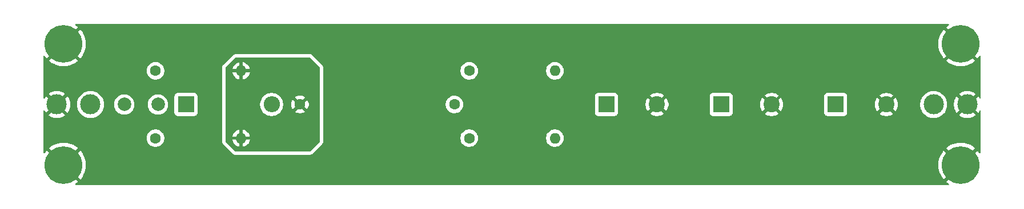
<source format=gbl>
G04 #@! TF.GenerationSoftware,KiCad,Pcbnew,9.0.2-9.0.2-0~ubuntu22.04.1*
G04 #@! TF.CreationDate,2025-06-09T06:08:17+02:00*
G04 #@! TF.ProjectId,passive_PSU_Rev-A,70617373-6976-4655-9f50-53555f526576,rev?*
G04 #@! TF.SameCoordinates,Original*
G04 #@! TF.FileFunction,Copper,L2,Bot*
G04 #@! TF.FilePolarity,Positive*
%FSLAX46Y46*%
G04 Gerber Fmt 4.6, Leading zero omitted, Abs format (unit mm)*
G04 Created by KiCad (PCBNEW 9.0.2-9.0.2-0~ubuntu22.04.1) date 2025-06-09 06:08:17*
%MOMM*%
%LPD*%
G01*
G04 APERTURE LIST*
G04 #@! TA.AperFunction,ComponentPad*
%ADD10C,1.600000*%
G04 #@! TD*
G04 #@! TA.AperFunction,ComponentPad*
%ADD11R,2.400000X2.400000*%
G04 #@! TD*
G04 #@! TA.AperFunction,ComponentPad*
%ADD12C,2.400000*%
G04 #@! TD*
G04 #@! TA.AperFunction,ComponentPad*
%ADD13C,3.000000*%
G04 #@! TD*
G04 #@! TA.AperFunction,ComponentPad*
%ADD14C,2.000000*%
G04 #@! TD*
G04 #@! TA.AperFunction,ComponentPad*
%ADD15O,1.600000X1.600000*%
G04 #@! TD*
G04 #@! TA.AperFunction,ComponentPad*
%ADD16C,3.600000*%
G04 #@! TD*
G04 #@! TA.AperFunction,ConnectorPad*
%ADD17C,5.600000*%
G04 #@! TD*
G04 #@! TA.AperFunction,ComponentPad*
%ADD18O,2.400000X2.400000*%
G04 #@! TD*
G04 APERTURE END LIST*
D10*
X88555000Y-80000000D03*
X111455000Y-80000000D03*
D11*
X150987246Y-80000000D03*
D12*
X158487246Y-80000000D03*
D13*
X57500000Y-80000000D03*
D14*
X62500000Y-80000000D03*
X67500000Y-80000000D03*
D13*
X187500000Y-80000000D03*
D10*
X67150000Y-85000000D03*
D15*
X79850000Y-85000000D03*
D10*
X67150000Y-75000000D03*
D15*
X79850000Y-75000000D03*
D11*
X167987246Y-80000000D03*
D12*
X175487246Y-80000000D03*
D13*
X52500000Y-80000000D03*
D10*
X113650000Y-75000000D03*
D15*
X126350000Y-75000000D03*
D10*
X113650000Y-85000000D03*
D15*
X126350000Y-85000000D03*
D16*
X186500000Y-89000000D03*
D17*
X186500000Y-89000000D03*
D11*
X133987246Y-80000000D03*
D12*
X141487246Y-80000000D03*
D13*
X182500000Y-80000000D03*
D16*
X53500000Y-89000000D03*
D17*
X53500000Y-89000000D03*
D16*
X186500000Y-71000000D03*
D17*
X186500000Y-71000000D03*
D11*
X71650000Y-80000000D03*
D18*
X84350000Y-80000000D03*
D16*
X53500000Y-71000000D03*
D17*
X53500000Y-71000000D03*
G04 #@! TA.AperFunction,Conductor*
G36*
X90015677Y-73019685D02*
G01*
X90036319Y-73036319D01*
X91463681Y-74463681D01*
X91497166Y-74525004D01*
X91500000Y-74551362D01*
X91500000Y-85448638D01*
X91480315Y-85515677D01*
X91463681Y-85536319D01*
X90036319Y-86963681D01*
X89974996Y-86997166D01*
X89948638Y-87000000D01*
X79051362Y-87000000D01*
X78984323Y-86980315D01*
X78963681Y-86963681D01*
X77536319Y-85536319D01*
X77521615Y-85509391D01*
X77505023Y-85483573D01*
X77504131Y-85477372D01*
X77502834Y-85474996D01*
X77500000Y-85448638D01*
X77500000Y-84750000D01*
X78573391Y-84750000D01*
X79534314Y-84750000D01*
X79529920Y-84754394D01*
X79477259Y-84845606D01*
X79450000Y-84947339D01*
X79450000Y-85052661D01*
X79477259Y-85154394D01*
X79529920Y-85245606D01*
X79534314Y-85250000D01*
X78573391Y-85250000D01*
X78582009Y-85304413D01*
X78645244Y-85499029D01*
X78738140Y-85681349D01*
X78858417Y-85846894D01*
X78858417Y-85846895D01*
X79003104Y-85991582D01*
X79168650Y-86111859D01*
X79350968Y-86204754D01*
X79545578Y-86267988D01*
X79600000Y-86276607D01*
X79600000Y-85315686D01*
X79604394Y-85320080D01*
X79695606Y-85372741D01*
X79797339Y-85400000D01*
X79902661Y-85400000D01*
X80004394Y-85372741D01*
X80095606Y-85320080D01*
X80100000Y-85315686D01*
X80100000Y-86276606D01*
X80154421Y-86267988D01*
X80349031Y-86204754D01*
X80531349Y-86111859D01*
X80696894Y-85991582D01*
X80696895Y-85991582D01*
X80841582Y-85846895D01*
X80841582Y-85846894D01*
X80961859Y-85681349D01*
X81054755Y-85499029D01*
X81117990Y-85304413D01*
X81126609Y-85250000D01*
X80165686Y-85250000D01*
X80170080Y-85245606D01*
X80222741Y-85154394D01*
X80250000Y-85052661D01*
X80250000Y-84947339D01*
X80222741Y-84845606D01*
X80170080Y-84754394D01*
X80165686Y-84750000D01*
X81126609Y-84750000D01*
X81117990Y-84695586D01*
X81054755Y-84500970D01*
X80961859Y-84318650D01*
X80841582Y-84153105D01*
X80841582Y-84153104D01*
X80696895Y-84008417D01*
X80531349Y-83888140D01*
X80349029Y-83795244D01*
X80154413Y-83732009D01*
X80100000Y-83723390D01*
X80100000Y-84684314D01*
X80095606Y-84679920D01*
X80004394Y-84627259D01*
X79902661Y-84600000D01*
X79797339Y-84600000D01*
X79695606Y-84627259D01*
X79604394Y-84679920D01*
X79600000Y-84684314D01*
X79600000Y-83723390D01*
X79545586Y-83732009D01*
X79350970Y-83795244D01*
X79168650Y-83888140D01*
X79003105Y-84008417D01*
X79003104Y-84008417D01*
X78858417Y-84153104D01*
X78858417Y-84153105D01*
X78738140Y-84318650D01*
X78645244Y-84500970D01*
X78582009Y-84695586D01*
X78573391Y-84750000D01*
X77500000Y-84750000D01*
X77500000Y-79888549D01*
X82649500Y-79888549D01*
X82649500Y-80111450D01*
X82649501Y-80111466D01*
X82678594Y-80332452D01*
X82678595Y-80332457D01*
X82678596Y-80332463D01*
X82723228Y-80499031D01*
X82736290Y-80547780D01*
X82736293Y-80547790D01*
X82810078Y-80725922D01*
X82821595Y-80753726D01*
X82933052Y-80946774D01*
X82933056Y-80946779D01*
X82933058Y-80946782D01*
X83068751Y-81123622D01*
X83068757Y-81123629D01*
X83226370Y-81281242D01*
X83226377Y-81281248D01*
X83352294Y-81377867D01*
X83403226Y-81416948D01*
X83596274Y-81528405D01*
X83802219Y-81613710D01*
X84017537Y-81671404D01*
X84238543Y-81700500D01*
X84238550Y-81700500D01*
X84461450Y-81700500D01*
X84461457Y-81700500D01*
X84682463Y-81671404D01*
X84897781Y-81613710D01*
X85103726Y-81528405D01*
X85296774Y-81416948D01*
X85473624Y-81281247D01*
X85631247Y-81123624D01*
X85686866Y-81051138D01*
X85759310Y-80956729D01*
X85762168Y-80953003D01*
X85766948Y-80946774D01*
X85878405Y-80753726D01*
X85963710Y-80547781D01*
X86021404Y-80332463D01*
X86050500Y-80111457D01*
X86050500Y-79897682D01*
X87255000Y-79897682D01*
X87255000Y-80102317D01*
X87287009Y-80304417D01*
X87350244Y-80499031D01*
X87443141Y-80681350D01*
X87443147Y-80681359D01*
X87475523Y-80725921D01*
X87475524Y-80725922D01*
X88155000Y-80046446D01*
X88155000Y-80052661D01*
X88182259Y-80154394D01*
X88234920Y-80245606D01*
X88309394Y-80320080D01*
X88400606Y-80372741D01*
X88502339Y-80400000D01*
X88508553Y-80400000D01*
X87829076Y-81079474D01*
X87873650Y-81111859D01*
X88055968Y-81204755D01*
X88250582Y-81267990D01*
X88452683Y-81300000D01*
X88657317Y-81300000D01*
X88859417Y-81267990D01*
X89054031Y-81204755D01*
X89236349Y-81111859D01*
X89280921Y-81079474D01*
X88601447Y-80400000D01*
X88607661Y-80400000D01*
X88709394Y-80372741D01*
X88800606Y-80320080D01*
X88875080Y-80245606D01*
X88927741Y-80154394D01*
X88955000Y-80052661D01*
X88955000Y-80046447D01*
X89634474Y-80725921D01*
X89666859Y-80681349D01*
X89759755Y-80499031D01*
X89822990Y-80304417D01*
X89855000Y-80102317D01*
X89855000Y-79897682D01*
X89822990Y-79695582D01*
X89759755Y-79500968D01*
X89666859Y-79318650D01*
X89634474Y-79274077D01*
X89634474Y-79274076D01*
X88955000Y-79953551D01*
X88955000Y-79947339D01*
X88927741Y-79845606D01*
X88875080Y-79754394D01*
X88800606Y-79679920D01*
X88709394Y-79627259D01*
X88607661Y-79600000D01*
X88601446Y-79600000D01*
X89280922Y-78920524D01*
X89280921Y-78920523D01*
X89236359Y-78888147D01*
X89236350Y-78888141D01*
X89054031Y-78795244D01*
X88859417Y-78732009D01*
X88657317Y-78700000D01*
X88452683Y-78700000D01*
X88250582Y-78732009D01*
X88055968Y-78795244D01*
X87873644Y-78888143D01*
X87829077Y-78920523D01*
X87829077Y-78920524D01*
X88508554Y-79600000D01*
X88502339Y-79600000D01*
X88400606Y-79627259D01*
X88309394Y-79679920D01*
X88234920Y-79754394D01*
X88182259Y-79845606D01*
X88155000Y-79947339D01*
X88155000Y-79953553D01*
X87475524Y-79274077D01*
X87475523Y-79274077D01*
X87443143Y-79318644D01*
X87350244Y-79500968D01*
X87287009Y-79695582D01*
X87255000Y-79897682D01*
X86050500Y-79897682D01*
X86050500Y-79888543D01*
X86021404Y-79667537D01*
X85963710Y-79452219D01*
X85878405Y-79246274D01*
X85766948Y-79053226D01*
X85631247Y-78876376D01*
X85631242Y-78876370D01*
X85473629Y-78718757D01*
X85473622Y-78718751D01*
X85296782Y-78583058D01*
X85296780Y-78583057D01*
X85296774Y-78583052D01*
X85103726Y-78471595D01*
X85103722Y-78471593D01*
X84897790Y-78386293D01*
X84897783Y-78386291D01*
X84897781Y-78386290D01*
X84682463Y-78328596D01*
X84682457Y-78328595D01*
X84682452Y-78328594D01*
X84461466Y-78299501D01*
X84461463Y-78299500D01*
X84461457Y-78299500D01*
X84238543Y-78299500D01*
X84238537Y-78299500D01*
X84238533Y-78299501D01*
X84017547Y-78328594D01*
X84017540Y-78328595D01*
X84017537Y-78328596D01*
X83802219Y-78386290D01*
X83802209Y-78386293D01*
X83596277Y-78471593D01*
X83596273Y-78471595D01*
X83403226Y-78583052D01*
X83403217Y-78583058D01*
X83226377Y-78718751D01*
X83226370Y-78718757D01*
X83068757Y-78876370D01*
X83068751Y-78876377D01*
X82933058Y-79053217D01*
X82933052Y-79053226D01*
X82821595Y-79246273D01*
X82821593Y-79246277D01*
X82736293Y-79452209D01*
X82736290Y-79452219D01*
X82689389Y-79627259D01*
X82678597Y-79667534D01*
X82678594Y-79667547D01*
X82649501Y-79888533D01*
X82649500Y-79888549D01*
X77500000Y-79888549D01*
X77500000Y-74750000D01*
X78573391Y-74750000D01*
X79534314Y-74750000D01*
X79529920Y-74754394D01*
X79477259Y-74845606D01*
X79450000Y-74947339D01*
X79450000Y-75052661D01*
X79477259Y-75154394D01*
X79529920Y-75245606D01*
X79534314Y-75250000D01*
X78573391Y-75250000D01*
X78582009Y-75304413D01*
X78645244Y-75499029D01*
X78738140Y-75681349D01*
X78858417Y-75846894D01*
X78858417Y-75846895D01*
X79003104Y-75991582D01*
X79168650Y-76111859D01*
X79350968Y-76204754D01*
X79545578Y-76267988D01*
X79600000Y-76276607D01*
X79600000Y-75315686D01*
X79604394Y-75320080D01*
X79695606Y-75372741D01*
X79797339Y-75400000D01*
X79902661Y-75400000D01*
X80004394Y-75372741D01*
X80095606Y-75320080D01*
X80100000Y-75315686D01*
X80100000Y-76276606D01*
X80154421Y-76267988D01*
X80349031Y-76204754D01*
X80531349Y-76111859D01*
X80696894Y-75991582D01*
X80696895Y-75991582D01*
X80841582Y-75846895D01*
X80841582Y-75846894D01*
X80961859Y-75681349D01*
X81054755Y-75499029D01*
X81117990Y-75304413D01*
X81126609Y-75250000D01*
X80165686Y-75250000D01*
X80170080Y-75245606D01*
X80222741Y-75154394D01*
X80250000Y-75052661D01*
X80250000Y-74947339D01*
X80222741Y-74845606D01*
X80170080Y-74754394D01*
X80165686Y-74750000D01*
X81126609Y-74750000D01*
X81117990Y-74695586D01*
X81054755Y-74500970D01*
X80961859Y-74318650D01*
X80841582Y-74153105D01*
X80841582Y-74153104D01*
X80696895Y-74008417D01*
X80531349Y-73888140D01*
X80349029Y-73795244D01*
X80154413Y-73732009D01*
X80100000Y-73723390D01*
X80100000Y-74684314D01*
X80095606Y-74679920D01*
X80004394Y-74627259D01*
X79902661Y-74600000D01*
X79797339Y-74600000D01*
X79695606Y-74627259D01*
X79604394Y-74679920D01*
X79600000Y-74684314D01*
X79600000Y-73723390D01*
X79545586Y-73732009D01*
X79350970Y-73795244D01*
X79168650Y-73888140D01*
X79003105Y-74008417D01*
X79003104Y-74008417D01*
X78858417Y-74153104D01*
X78858417Y-74153105D01*
X78738140Y-74318650D01*
X78645244Y-74500970D01*
X78582009Y-74695586D01*
X78573391Y-74750000D01*
X77500000Y-74750000D01*
X77500000Y-74551362D01*
X77519685Y-74484323D01*
X77536319Y-74463681D01*
X78963681Y-73036319D01*
X79025004Y-73002834D01*
X79051362Y-73000000D01*
X89948638Y-73000000D01*
X90015677Y-73019685D01*
G37*
G04 #@! TD.AperFunction*
G04 #@! TA.AperFunction,Conductor*
G36*
X184707490Y-68020185D02*
G01*
X184753245Y-68072989D01*
X184763189Y-68142147D01*
X184734164Y-68205703D01*
X184709342Y-68227602D01*
X184531829Y-68346212D01*
X184531815Y-68346222D01*
X184349444Y-68495890D01*
X184349443Y-68495891D01*
X185559301Y-69705748D01*
X185457670Y-69779588D01*
X185279588Y-69957670D01*
X185205748Y-70059301D01*
X183995891Y-68849443D01*
X183995890Y-68849444D01*
X183846222Y-69031815D01*
X183846212Y-69031829D01*
X183666090Y-69301401D01*
X183666079Y-69301419D01*
X183513240Y-69587359D01*
X183513238Y-69587364D01*
X183389157Y-69886921D01*
X183295033Y-70197207D01*
X183295030Y-70197218D01*
X183231782Y-70515198D01*
X183231779Y-70515215D01*
X183200000Y-70837884D01*
X183200000Y-71162115D01*
X183231779Y-71484784D01*
X183231782Y-71484801D01*
X183295030Y-71802781D01*
X183295033Y-71802792D01*
X183389157Y-72113078D01*
X183513238Y-72412635D01*
X183513240Y-72412640D01*
X183666079Y-72698580D01*
X183666090Y-72698598D01*
X183846212Y-72968170D01*
X183846222Y-72968184D01*
X183995890Y-73150554D01*
X183995891Y-73150555D01*
X185205748Y-71940698D01*
X185279588Y-72042330D01*
X185457670Y-72220412D01*
X185559300Y-72294251D01*
X184349443Y-73504107D01*
X184349444Y-73504108D01*
X184531815Y-73653777D01*
X184531829Y-73653787D01*
X184801401Y-73833909D01*
X184801419Y-73833920D01*
X185087359Y-73986759D01*
X185087364Y-73986761D01*
X185386921Y-74110842D01*
X185697207Y-74204966D01*
X185697218Y-74204969D01*
X186015198Y-74268217D01*
X186015215Y-74268220D01*
X186337884Y-74300000D01*
X186662116Y-74300000D01*
X186984784Y-74268220D01*
X186984801Y-74268217D01*
X187302781Y-74204969D01*
X187302792Y-74204966D01*
X187613078Y-74110842D01*
X187912635Y-73986761D01*
X187912640Y-73986759D01*
X188198580Y-73833920D01*
X188198598Y-73833909D01*
X188468170Y-73653787D01*
X188468183Y-73653777D01*
X188650554Y-73504108D01*
X188650554Y-73504107D01*
X187440698Y-72294251D01*
X187542330Y-72220412D01*
X187720412Y-72042330D01*
X187794251Y-71940698D01*
X189004107Y-73150554D01*
X189004108Y-73150554D01*
X189153777Y-72968183D01*
X189153794Y-72968161D01*
X189272398Y-72790658D01*
X189326010Y-72745852D01*
X189395335Y-72737145D01*
X189458362Y-72767299D01*
X189495082Y-72826742D01*
X189499500Y-72859548D01*
X189499500Y-79000461D01*
X189479815Y-79067500D01*
X189427011Y-79113255D01*
X189357853Y-79123199D01*
X189294297Y-79094174D01*
X189268113Y-79062461D01*
X189166511Y-78886483D01*
X189166505Y-78886475D01*
X189079918Y-78773633D01*
X189079917Y-78773633D01*
X188177577Y-79675973D01*
X188164641Y-79644742D01*
X188082563Y-79521903D01*
X187978097Y-79417437D01*
X187855258Y-79335359D01*
X187824023Y-79322421D01*
X188726365Y-78420080D01*
X188613524Y-78333494D01*
X188613516Y-78333488D01*
X188386482Y-78202409D01*
X188386471Y-78202404D01*
X188144255Y-78102075D01*
X187891020Y-78034222D01*
X187891009Y-78034220D01*
X187631094Y-78000000D01*
X187368905Y-78000000D01*
X187108990Y-78034220D01*
X187108979Y-78034222D01*
X186855744Y-78102075D01*
X186613528Y-78202404D01*
X186613517Y-78202409D01*
X186386471Y-78333496D01*
X186273633Y-78420079D01*
X186273633Y-78420080D01*
X187175974Y-79322421D01*
X187144742Y-79335359D01*
X187021903Y-79417437D01*
X186917437Y-79521903D01*
X186835359Y-79644742D01*
X186822421Y-79675974D01*
X185920080Y-78773633D01*
X185920079Y-78773633D01*
X185833496Y-78886471D01*
X185702409Y-79113517D01*
X185702404Y-79113528D01*
X185602075Y-79355744D01*
X185534222Y-79608979D01*
X185534220Y-79608990D01*
X185500000Y-79868905D01*
X185500000Y-80131094D01*
X185534220Y-80391009D01*
X185534222Y-80391020D01*
X185602075Y-80644255D01*
X185702404Y-80886471D01*
X185702409Y-80886482D01*
X185833488Y-81113516D01*
X185833494Y-81113524D01*
X185920080Y-81226365D01*
X186822421Y-80324024D01*
X186835359Y-80355258D01*
X186917437Y-80478097D01*
X187021903Y-80582563D01*
X187144742Y-80664641D01*
X187175974Y-80677577D01*
X186273633Y-81579917D01*
X186273633Y-81579918D01*
X186386475Y-81666505D01*
X186386483Y-81666511D01*
X186613517Y-81797590D01*
X186613528Y-81797595D01*
X186855744Y-81897924D01*
X187108979Y-81965777D01*
X187108990Y-81965779D01*
X187368905Y-81999999D01*
X187368920Y-82000000D01*
X187631080Y-82000000D01*
X187631094Y-81999999D01*
X187891009Y-81965779D01*
X187891020Y-81965777D01*
X188144255Y-81897924D01*
X188386471Y-81797595D01*
X188386482Y-81797590D01*
X188613516Y-81666511D01*
X188613534Y-81666499D01*
X188726365Y-81579919D01*
X188726365Y-81579917D01*
X187824025Y-80677578D01*
X187855258Y-80664641D01*
X187978097Y-80582563D01*
X188082563Y-80478097D01*
X188164641Y-80355258D01*
X188177577Y-80324025D01*
X189079917Y-81226365D01*
X189079919Y-81226365D01*
X189166499Y-81113534D01*
X189166511Y-81113516D01*
X189268113Y-80937538D01*
X189318680Y-80889322D01*
X189387287Y-80876100D01*
X189452152Y-80902068D01*
X189492680Y-80958982D01*
X189499500Y-80999538D01*
X189499500Y-87140451D01*
X189479815Y-87207490D01*
X189427011Y-87253245D01*
X189357853Y-87263189D01*
X189294297Y-87234164D01*
X189272398Y-87209342D01*
X189153787Y-87031829D01*
X189153777Y-87031815D01*
X189004108Y-86849444D01*
X189004107Y-86849443D01*
X187794251Y-88059300D01*
X187720412Y-87957670D01*
X187542330Y-87779588D01*
X187440697Y-87705747D01*
X188650555Y-86495891D01*
X188650554Y-86495890D01*
X188468184Y-86346222D01*
X188468170Y-86346212D01*
X188198598Y-86166090D01*
X188198580Y-86166079D01*
X187912640Y-86013240D01*
X187912635Y-86013238D01*
X187613078Y-85889157D01*
X187302792Y-85795033D01*
X187302781Y-85795030D01*
X186984801Y-85731782D01*
X186984784Y-85731779D01*
X186662116Y-85700000D01*
X186337884Y-85700000D01*
X186015215Y-85731779D01*
X186015198Y-85731782D01*
X185697218Y-85795030D01*
X185697207Y-85795033D01*
X185386921Y-85889157D01*
X185087364Y-86013238D01*
X185087359Y-86013240D01*
X184801419Y-86166079D01*
X184801401Y-86166090D01*
X184531829Y-86346212D01*
X184531815Y-86346222D01*
X184349444Y-86495890D01*
X184349443Y-86495891D01*
X185559301Y-87705748D01*
X185457670Y-87779588D01*
X185279588Y-87957670D01*
X185205748Y-88059301D01*
X183995891Y-86849443D01*
X183995890Y-86849444D01*
X183846222Y-87031815D01*
X183846212Y-87031829D01*
X183666090Y-87301401D01*
X183666079Y-87301419D01*
X183513240Y-87587359D01*
X183513238Y-87587364D01*
X183389157Y-87886921D01*
X183295033Y-88197207D01*
X183295030Y-88197218D01*
X183231782Y-88515198D01*
X183231779Y-88515215D01*
X183200000Y-88837884D01*
X183200000Y-89162115D01*
X183231779Y-89484784D01*
X183231782Y-89484801D01*
X183295030Y-89802781D01*
X183295033Y-89802792D01*
X183389157Y-90113078D01*
X183513238Y-90412635D01*
X183513240Y-90412640D01*
X183666079Y-90698580D01*
X183666090Y-90698598D01*
X183846212Y-90968170D01*
X183846222Y-90968184D01*
X183995890Y-91150554D01*
X183995891Y-91150555D01*
X185205748Y-89940698D01*
X185279588Y-90042330D01*
X185457670Y-90220412D01*
X185559300Y-90294251D01*
X184349443Y-91504107D01*
X184349444Y-91504108D01*
X184531815Y-91653777D01*
X184531829Y-91653787D01*
X184709342Y-91772398D01*
X184754147Y-91826010D01*
X184762854Y-91895335D01*
X184732700Y-91958363D01*
X184673257Y-91995082D01*
X184640451Y-91999500D01*
X55359549Y-91999500D01*
X55292510Y-91979815D01*
X55246755Y-91927011D01*
X55236811Y-91857853D01*
X55265836Y-91794297D01*
X55290658Y-91772398D01*
X55468170Y-91653787D01*
X55468183Y-91653777D01*
X55650554Y-91504108D01*
X55650554Y-91504107D01*
X54440698Y-90294251D01*
X54542330Y-90220412D01*
X54720412Y-90042330D01*
X54794251Y-89940698D01*
X56004107Y-91150554D01*
X56004108Y-91150554D01*
X56153777Y-90968183D01*
X56153787Y-90968170D01*
X56333909Y-90698598D01*
X56333920Y-90698580D01*
X56486759Y-90412640D01*
X56486761Y-90412635D01*
X56610842Y-90113078D01*
X56704966Y-89802792D01*
X56704969Y-89802781D01*
X56768217Y-89484801D01*
X56768220Y-89484784D01*
X56800000Y-89162115D01*
X56800000Y-88837884D01*
X56768220Y-88515215D01*
X56768217Y-88515198D01*
X56704969Y-88197218D01*
X56704966Y-88197207D01*
X56610842Y-87886921D01*
X56486761Y-87587364D01*
X56486759Y-87587359D01*
X56333920Y-87301419D01*
X56333909Y-87301401D01*
X56153787Y-87031829D01*
X56153777Y-87031815D01*
X56004108Y-86849444D01*
X56004107Y-86849443D01*
X54794250Y-88059299D01*
X54720412Y-87957670D01*
X54542330Y-87779588D01*
X54440697Y-87705747D01*
X55650555Y-86495891D01*
X55650554Y-86495890D01*
X55468184Y-86346222D01*
X55468170Y-86346212D01*
X55198598Y-86166090D01*
X55198580Y-86166079D01*
X54912640Y-86013240D01*
X54912635Y-86013238D01*
X54613078Y-85889157D01*
X54302792Y-85795033D01*
X54302781Y-85795030D01*
X53984801Y-85731782D01*
X53984784Y-85731779D01*
X53662116Y-85700000D01*
X53337884Y-85700000D01*
X53015215Y-85731779D01*
X53015198Y-85731782D01*
X52697218Y-85795030D01*
X52697207Y-85795033D01*
X52386921Y-85889157D01*
X52087364Y-86013238D01*
X52087359Y-86013240D01*
X51801419Y-86166079D01*
X51801401Y-86166090D01*
X51531829Y-86346212D01*
X51531815Y-86346222D01*
X51349444Y-86495890D01*
X51349443Y-86495891D01*
X52559301Y-87705748D01*
X52457670Y-87779588D01*
X52279588Y-87957670D01*
X52205748Y-88059301D01*
X50995891Y-86849443D01*
X50995890Y-86849444D01*
X50846222Y-87031815D01*
X50846212Y-87031829D01*
X50727602Y-87209342D01*
X50673990Y-87254147D01*
X50604665Y-87262854D01*
X50541637Y-87232700D01*
X50504918Y-87173257D01*
X50500500Y-87140451D01*
X50500500Y-84897648D01*
X65849500Y-84897648D01*
X65849500Y-85102351D01*
X65881522Y-85304534D01*
X65944781Y-85499223D01*
X66037715Y-85681613D01*
X66158028Y-85847213D01*
X66302786Y-85991971D01*
X66457749Y-86104556D01*
X66468390Y-86112287D01*
X66573963Y-86166079D01*
X66650776Y-86205218D01*
X66650778Y-86205218D01*
X66650781Y-86205220D01*
X66755137Y-86239127D01*
X66845465Y-86268477D01*
X66946557Y-86284488D01*
X67047648Y-86300500D01*
X67047649Y-86300500D01*
X67252351Y-86300500D01*
X67252352Y-86300500D01*
X67454534Y-86268477D01*
X67649219Y-86205220D01*
X67831610Y-86112287D01*
X67967938Y-86013240D01*
X67997213Y-85991971D01*
X67997215Y-85991968D01*
X67997219Y-85991966D01*
X68141966Y-85847219D01*
X68141968Y-85847215D01*
X68141971Y-85847213D01*
X68234703Y-85719576D01*
X68262287Y-85681610D01*
X68355220Y-85499219D01*
X68418477Y-85304534D01*
X68450500Y-85102352D01*
X68450500Y-84897648D01*
X68418477Y-84695466D01*
X68355220Y-84500781D01*
X68355218Y-84500778D01*
X68355218Y-84500776D01*
X68321503Y-84434607D01*
X68262287Y-84318390D01*
X68254556Y-84307749D01*
X68141971Y-84152786D01*
X67997213Y-84008028D01*
X67831613Y-83887715D01*
X67831612Y-83887714D01*
X67831610Y-83887713D01*
X67774653Y-83858691D01*
X67649223Y-83794781D01*
X67454534Y-83731522D01*
X67279995Y-83703878D01*
X67252352Y-83699500D01*
X67047648Y-83699500D01*
X67023329Y-83703351D01*
X66845465Y-83731522D01*
X66650776Y-83794781D01*
X66468386Y-83887715D01*
X66302786Y-84008028D01*
X66158028Y-84152786D01*
X66037715Y-84318386D01*
X65944781Y-84500776D01*
X65881522Y-84695465D01*
X65849500Y-84897648D01*
X50500500Y-84897648D01*
X50500500Y-80999538D01*
X50520185Y-80932499D01*
X50572989Y-80886744D01*
X50642147Y-80876800D01*
X50705703Y-80905825D01*
X50731887Y-80937538D01*
X50833488Y-81113516D01*
X50833494Y-81113524D01*
X50920080Y-81226365D01*
X51822421Y-80324024D01*
X51835359Y-80355258D01*
X51917437Y-80478097D01*
X52021903Y-80582563D01*
X52144742Y-80664641D01*
X52175974Y-80677577D01*
X51273633Y-81579917D01*
X51273633Y-81579918D01*
X51386475Y-81666505D01*
X51386483Y-81666511D01*
X51613517Y-81797590D01*
X51613528Y-81797595D01*
X51855744Y-81897924D01*
X52108979Y-81965777D01*
X52108990Y-81965779D01*
X52368905Y-81999999D01*
X52368920Y-82000000D01*
X52631080Y-82000000D01*
X52631094Y-81999999D01*
X52891009Y-81965779D01*
X52891020Y-81965777D01*
X53144255Y-81897924D01*
X53386471Y-81797595D01*
X53386482Y-81797590D01*
X53613516Y-81666511D01*
X53613534Y-81666499D01*
X53726365Y-81579919D01*
X53726365Y-81579917D01*
X52824025Y-80677578D01*
X52855258Y-80664641D01*
X52978097Y-80582563D01*
X53082563Y-80478097D01*
X53164641Y-80355258D01*
X53177577Y-80324025D01*
X54079917Y-81226365D01*
X54079919Y-81226365D01*
X54166499Y-81113534D01*
X54166511Y-81113516D01*
X54297590Y-80886482D01*
X54297595Y-80886471D01*
X54397924Y-80644255D01*
X54465777Y-80391020D01*
X54465779Y-80391009D01*
X54499999Y-80131094D01*
X54500000Y-80131080D01*
X54500000Y-79868912D01*
X54499995Y-79868872D01*
X55499500Y-79868872D01*
X55499500Y-80131127D01*
X55522331Y-80304534D01*
X55533730Y-80391116D01*
X55585028Y-80582563D01*
X55601602Y-80644418D01*
X55601605Y-80644428D01*
X55701953Y-80886690D01*
X55701958Y-80886700D01*
X55833075Y-81113803D01*
X55992718Y-81321851D01*
X55992726Y-81321860D01*
X56178140Y-81507274D01*
X56178148Y-81507281D01*
X56386196Y-81666924D01*
X56613299Y-81798041D01*
X56613309Y-81798046D01*
X56855571Y-81898394D01*
X56855581Y-81898398D01*
X57108884Y-81966270D01*
X57357188Y-81998960D01*
X57365074Y-81999999D01*
X57368880Y-82000500D01*
X57368887Y-82000500D01*
X57631113Y-82000500D01*
X57631120Y-82000500D01*
X57891116Y-81966270D01*
X58144419Y-81898398D01*
X58386697Y-81798043D01*
X58613803Y-81666924D01*
X58821851Y-81507282D01*
X58821855Y-81507277D01*
X58821860Y-81507274D01*
X59007274Y-81321860D01*
X59007277Y-81321855D01*
X59007282Y-81321851D01*
X59166924Y-81113803D01*
X59298043Y-80886697D01*
X59302143Y-80876800D01*
X59398394Y-80644428D01*
X59398398Y-80644419D01*
X59466270Y-80391116D01*
X59500500Y-80131120D01*
X59500500Y-79881902D01*
X60999500Y-79881902D01*
X60999500Y-80118097D01*
X61036446Y-80351368D01*
X61109433Y-80575996D01*
X61183408Y-80721178D01*
X61216657Y-80786433D01*
X61355483Y-80977510D01*
X61522490Y-81144517D01*
X61713567Y-81283343D01*
X61789143Y-81321851D01*
X61924003Y-81390566D01*
X61924005Y-81390566D01*
X61924008Y-81390568D01*
X62003911Y-81416530D01*
X62148631Y-81463553D01*
X62381903Y-81500500D01*
X62381908Y-81500500D01*
X62618097Y-81500500D01*
X62851368Y-81463553D01*
X63075992Y-81390568D01*
X63286433Y-81283343D01*
X63477510Y-81144517D01*
X63644517Y-80977510D01*
X63783343Y-80786433D01*
X63890568Y-80575992D01*
X63963553Y-80351368D01*
X64000500Y-80118097D01*
X64000500Y-79881902D01*
X65999500Y-79881902D01*
X65999500Y-80118097D01*
X66036446Y-80351368D01*
X66109433Y-80575996D01*
X66183408Y-80721178D01*
X66216657Y-80786433D01*
X66355483Y-80977510D01*
X66522490Y-81144517D01*
X66713567Y-81283343D01*
X66789143Y-81321851D01*
X66924003Y-81390566D01*
X66924005Y-81390566D01*
X66924008Y-81390568D01*
X67003911Y-81416530D01*
X67148631Y-81463553D01*
X67381903Y-81500500D01*
X67381908Y-81500500D01*
X67618097Y-81500500D01*
X67851368Y-81463553D01*
X68075992Y-81390568D01*
X68286433Y-81283343D01*
X68477510Y-81144517D01*
X68644517Y-80977510D01*
X68783343Y-80786433D01*
X68890568Y-80575992D01*
X68963553Y-80351368D01*
X69000500Y-80118097D01*
X69000500Y-79881902D01*
X68963553Y-79648631D01*
X68915513Y-79500781D01*
X68890568Y-79424008D01*
X68890566Y-79424005D01*
X68890566Y-79424003D01*
X68816592Y-79278822D01*
X68783343Y-79213567D01*
X68644517Y-79022490D01*
X68477510Y-78855483D01*
X68335264Y-78752135D01*
X69949500Y-78752135D01*
X69949500Y-81247870D01*
X69949501Y-81247876D01*
X69955908Y-81307483D01*
X70006202Y-81442328D01*
X70006206Y-81442335D01*
X70092452Y-81557544D01*
X70092455Y-81557547D01*
X70207664Y-81643793D01*
X70207671Y-81643797D01*
X70342517Y-81694091D01*
X70342516Y-81694091D01*
X70349444Y-81694835D01*
X70402127Y-81700500D01*
X72897872Y-81700499D01*
X72957483Y-81694091D01*
X73092331Y-81643796D01*
X73207546Y-81557546D01*
X73293796Y-81442331D01*
X73344091Y-81307483D01*
X73350500Y-81247873D01*
X73350499Y-78752128D01*
X73344091Y-78692517D01*
X73322281Y-78634042D01*
X73293797Y-78557671D01*
X73293793Y-78557664D01*
X73207547Y-78442455D01*
X73207544Y-78442452D01*
X73092335Y-78356206D01*
X73092328Y-78356202D01*
X72957482Y-78305908D01*
X72957483Y-78305908D01*
X72897883Y-78299501D01*
X72897881Y-78299500D01*
X72897873Y-78299500D01*
X72897864Y-78299500D01*
X70402129Y-78299500D01*
X70402123Y-78299501D01*
X70342516Y-78305908D01*
X70207671Y-78356202D01*
X70207664Y-78356206D01*
X70092455Y-78442452D01*
X70092452Y-78442455D01*
X70006206Y-78557664D01*
X70006202Y-78557671D01*
X69955908Y-78692517D01*
X69951715Y-78731522D01*
X69949501Y-78752123D01*
X69949500Y-78752135D01*
X68335264Y-78752135D01*
X68286433Y-78716657D01*
X68075996Y-78609433D01*
X67851368Y-78536446D01*
X67618097Y-78499500D01*
X67618092Y-78499500D01*
X67381908Y-78499500D01*
X67381903Y-78499500D01*
X67148631Y-78536446D01*
X66924003Y-78609433D01*
X66713566Y-78716657D01*
X66606040Y-78794780D01*
X66522490Y-78855483D01*
X66522488Y-78855485D01*
X66522487Y-78855485D01*
X66355485Y-79022487D01*
X66355485Y-79022488D01*
X66355483Y-79022490D01*
X66326442Y-79062462D01*
X66216657Y-79213566D01*
X66109433Y-79424003D01*
X66036446Y-79648631D01*
X65999500Y-79881902D01*
X64000500Y-79881902D01*
X63963553Y-79648631D01*
X63915513Y-79500781D01*
X63890568Y-79424008D01*
X63890566Y-79424005D01*
X63890566Y-79424003D01*
X63816592Y-79278822D01*
X63783343Y-79213567D01*
X63644517Y-79022490D01*
X63477510Y-78855483D01*
X63286433Y-78716657D01*
X63075996Y-78609433D01*
X62851368Y-78536446D01*
X62618097Y-78499500D01*
X62618092Y-78499500D01*
X62381908Y-78499500D01*
X62381903Y-78499500D01*
X62148631Y-78536446D01*
X61924003Y-78609433D01*
X61713566Y-78716657D01*
X61606040Y-78794780D01*
X61522490Y-78855483D01*
X61522488Y-78855485D01*
X61522487Y-78855485D01*
X61355485Y-79022487D01*
X61355485Y-79022488D01*
X61355483Y-79022490D01*
X61326442Y-79062462D01*
X61216657Y-79213566D01*
X61109433Y-79424003D01*
X61036446Y-79648631D01*
X60999500Y-79881902D01*
X59500500Y-79881902D01*
X59500500Y-79868880D01*
X59466270Y-79608884D01*
X59398398Y-79355581D01*
X59382993Y-79318390D01*
X59298046Y-79113309D01*
X59298041Y-79113299D01*
X59166924Y-78886196D01*
X59023665Y-78699500D01*
X59007282Y-78678149D01*
X59007281Y-78678148D01*
X59007274Y-78678140D01*
X58821860Y-78492726D01*
X58821851Y-78492718D01*
X58613803Y-78333075D01*
X58386700Y-78201958D01*
X58386690Y-78201953D01*
X58144428Y-78101605D01*
X58144421Y-78101603D01*
X58144419Y-78101602D01*
X57891116Y-78033730D01*
X57833339Y-78026123D01*
X57631127Y-77999500D01*
X57631120Y-77999500D01*
X57368880Y-77999500D01*
X57368872Y-77999500D01*
X57137772Y-78029926D01*
X57108884Y-78033730D01*
X56855581Y-78101602D01*
X56855571Y-78101605D01*
X56613309Y-78201953D01*
X56613299Y-78201958D01*
X56386196Y-78333075D01*
X56178148Y-78492718D01*
X55992718Y-78678148D01*
X55833075Y-78886196D01*
X55701958Y-79113299D01*
X55701953Y-79113309D01*
X55601605Y-79355571D01*
X55601602Y-79355581D01*
X55533730Y-79608884D01*
X55533716Y-79608990D01*
X55499500Y-79868872D01*
X54499995Y-79868872D01*
X54465779Y-79608990D01*
X54465777Y-79608979D01*
X54397924Y-79355744D01*
X54297595Y-79113528D01*
X54297590Y-79113517D01*
X54166511Y-78886483D01*
X54166505Y-78886475D01*
X54079918Y-78773633D01*
X54079917Y-78773633D01*
X53177577Y-79675973D01*
X53164641Y-79644742D01*
X53082563Y-79521903D01*
X52978097Y-79417437D01*
X52855258Y-79335359D01*
X52824023Y-79322421D01*
X53726365Y-78420080D01*
X53613524Y-78333494D01*
X53613516Y-78333488D01*
X53386482Y-78202409D01*
X53386471Y-78202404D01*
X53144255Y-78102075D01*
X52891020Y-78034222D01*
X52891009Y-78034220D01*
X52631094Y-78000000D01*
X52368905Y-78000000D01*
X52108990Y-78034220D01*
X52108979Y-78034222D01*
X51855744Y-78102075D01*
X51613528Y-78202404D01*
X51613517Y-78202409D01*
X51386471Y-78333496D01*
X51273633Y-78420079D01*
X51273633Y-78420080D01*
X52175974Y-79322421D01*
X52144742Y-79335359D01*
X52021903Y-79417437D01*
X51917437Y-79521903D01*
X51835359Y-79644742D01*
X51822421Y-79675974D01*
X50920080Y-78773633D01*
X50920079Y-78773633D01*
X50833498Y-78886468D01*
X50731887Y-79062462D01*
X50681319Y-79110677D01*
X50612712Y-79123899D01*
X50547848Y-79097931D01*
X50507320Y-79041017D01*
X50500500Y-79000461D01*
X50500500Y-74897648D01*
X65849500Y-74897648D01*
X65849500Y-75102351D01*
X65881522Y-75304534D01*
X65944781Y-75499223D01*
X66037715Y-75681613D01*
X66158028Y-75847213D01*
X66302786Y-75991971D01*
X66457749Y-76104556D01*
X66468390Y-76112287D01*
X66584607Y-76171503D01*
X66650776Y-76205218D01*
X66650778Y-76205218D01*
X66650781Y-76205220D01*
X66755137Y-76239127D01*
X66845465Y-76268477D01*
X66946557Y-76284488D01*
X67047648Y-76300500D01*
X67047649Y-76300500D01*
X67252351Y-76300500D01*
X67252352Y-76300500D01*
X67454534Y-76268477D01*
X67649219Y-76205220D01*
X67831610Y-76112287D01*
X67924590Y-76044732D01*
X67997213Y-75991971D01*
X67997215Y-75991968D01*
X67997219Y-75991966D01*
X68141966Y-75847219D01*
X68141968Y-75847215D01*
X68141971Y-75847213D01*
X68194732Y-75774590D01*
X68262287Y-75681610D01*
X68355220Y-75499219D01*
X68418477Y-75304534D01*
X68450500Y-75102352D01*
X68450500Y-74897648D01*
X68418477Y-74695466D01*
X68371655Y-74551363D01*
X76994500Y-74551363D01*
X76994500Y-85448640D01*
X76997397Y-85502686D01*
X77000231Y-85529044D01*
X77008871Y-85582380D01*
X77008874Y-85582390D01*
X77009712Y-85584638D01*
X77012106Y-85591058D01*
X77012808Y-85592941D01*
X77019998Y-85625986D01*
X77047939Y-85687169D01*
X77049492Y-85691334D01*
X77059136Y-85717202D01*
X77072417Y-85741531D01*
X77074542Y-85745423D01*
X77079768Y-85756864D01*
X77086591Y-85767482D01*
X77088715Y-85771370D01*
X77088715Y-85771371D01*
X77088718Y-85771376D01*
X77092648Y-85778573D01*
X77092650Y-85778576D01*
X77092652Y-85778579D01*
X77092654Y-85778582D01*
X77178877Y-85893761D01*
X77178881Y-85893765D01*
X77178886Y-85893771D01*
X78134559Y-86849443D01*
X78606239Y-87321123D01*
X78606255Y-87321137D01*
X78606262Y-87321144D01*
X78646480Y-87357271D01*
X78646492Y-87357281D01*
X78646500Y-87357288D01*
X78667142Y-87373922D01*
X78711026Y-87405567D01*
X78841903Y-87465338D01*
X78908942Y-87485023D01*
X78908946Y-87485024D01*
X79051362Y-87505500D01*
X79051365Y-87505500D01*
X89948640Y-87505500D01*
X89958786Y-87504955D01*
X90002678Y-87502603D01*
X90002686Y-87502602D01*
X90002688Y-87502602D01*
X90002689Y-87502602D01*
X90009682Y-87501849D01*
X90029036Y-87499769D01*
X90029046Y-87499767D01*
X90029049Y-87499767D01*
X90038648Y-87498211D01*
X90082448Y-87491114D01*
X90217257Y-87440832D01*
X90278580Y-87407347D01*
X90393761Y-87321123D01*
X91821123Y-85893761D01*
X91857288Y-85853500D01*
X91873922Y-85832858D01*
X91905567Y-85788974D01*
X91965338Y-85658097D01*
X91985023Y-85591058D01*
X91985024Y-85591054D01*
X92005500Y-85448638D01*
X92005500Y-84897648D01*
X112349500Y-84897648D01*
X112349500Y-85102351D01*
X112381522Y-85304534D01*
X112444781Y-85499223D01*
X112537715Y-85681613D01*
X112658028Y-85847213D01*
X112802786Y-85991971D01*
X112957749Y-86104556D01*
X112968390Y-86112287D01*
X113073963Y-86166079D01*
X113150776Y-86205218D01*
X113150778Y-86205218D01*
X113150781Y-86205220D01*
X113255137Y-86239127D01*
X113345465Y-86268477D01*
X113446557Y-86284488D01*
X113547648Y-86300500D01*
X113547649Y-86300500D01*
X113752351Y-86300500D01*
X113752352Y-86300500D01*
X113954534Y-86268477D01*
X114149219Y-86205220D01*
X114331610Y-86112287D01*
X114467938Y-86013240D01*
X114497213Y-85991971D01*
X114497215Y-85991968D01*
X114497219Y-85991966D01*
X114641966Y-85847219D01*
X114641968Y-85847215D01*
X114641971Y-85847213D01*
X114734703Y-85719576D01*
X114762287Y-85681610D01*
X114855220Y-85499219D01*
X114918477Y-85304534D01*
X114950500Y-85102352D01*
X114950500Y-84897648D01*
X125049500Y-84897648D01*
X125049500Y-85102351D01*
X125081522Y-85304534D01*
X125144781Y-85499223D01*
X125237715Y-85681613D01*
X125358028Y-85847213D01*
X125502786Y-85991971D01*
X125657749Y-86104556D01*
X125668390Y-86112287D01*
X125773963Y-86166079D01*
X125850776Y-86205218D01*
X125850778Y-86205218D01*
X125850781Y-86205220D01*
X125955137Y-86239127D01*
X126045465Y-86268477D01*
X126146557Y-86284488D01*
X126247648Y-86300500D01*
X126247649Y-86300500D01*
X126452351Y-86300500D01*
X126452352Y-86300500D01*
X126654534Y-86268477D01*
X126849219Y-86205220D01*
X127031610Y-86112287D01*
X127167938Y-86013240D01*
X127197213Y-85991971D01*
X127197215Y-85991968D01*
X127197219Y-85991966D01*
X127341966Y-85847219D01*
X127341968Y-85847215D01*
X127341971Y-85847213D01*
X127434703Y-85719576D01*
X127462287Y-85681610D01*
X127555220Y-85499219D01*
X127618477Y-85304534D01*
X127650500Y-85102352D01*
X127650500Y-84897648D01*
X127618477Y-84695466D01*
X127555220Y-84500781D01*
X127555218Y-84500778D01*
X127555218Y-84500776D01*
X127521503Y-84434607D01*
X127462287Y-84318390D01*
X127454556Y-84307749D01*
X127341971Y-84152786D01*
X127197213Y-84008028D01*
X127031613Y-83887715D01*
X127031612Y-83887714D01*
X127031610Y-83887713D01*
X126974653Y-83858691D01*
X126849223Y-83794781D01*
X126654534Y-83731522D01*
X126479995Y-83703878D01*
X126452352Y-83699500D01*
X126247648Y-83699500D01*
X126223329Y-83703351D01*
X126045465Y-83731522D01*
X125850776Y-83794781D01*
X125668386Y-83887715D01*
X125502786Y-84008028D01*
X125358028Y-84152786D01*
X125237715Y-84318386D01*
X125144781Y-84500776D01*
X125081522Y-84695465D01*
X125049500Y-84897648D01*
X114950500Y-84897648D01*
X114918477Y-84695466D01*
X114855220Y-84500781D01*
X114855218Y-84500778D01*
X114855218Y-84500776D01*
X114821503Y-84434607D01*
X114762287Y-84318390D01*
X114754556Y-84307749D01*
X114641971Y-84152786D01*
X114497213Y-84008028D01*
X114331613Y-83887715D01*
X114331612Y-83887714D01*
X114331610Y-83887713D01*
X114274653Y-83858691D01*
X114149223Y-83794781D01*
X113954534Y-83731522D01*
X113779995Y-83703878D01*
X113752352Y-83699500D01*
X113547648Y-83699500D01*
X113523329Y-83703351D01*
X113345465Y-83731522D01*
X113150776Y-83794781D01*
X112968386Y-83887715D01*
X112802786Y-84008028D01*
X112658028Y-84152786D01*
X112537715Y-84318386D01*
X112444781Y-84500776D01*
X112381522Y-84695465D01*
X112349500Y-84897648D01*
X92005500Y-84897648D01*
X92005500Y-79897648D01*
X110154500Y-79897648D01*
X110154500Y-80102351D01*
X110186522Y-80304534D01*
X110249781Y-80499223D01*
X110342715Y-80681613D01*
X110463028Y-80847213D01*
X110607786Y-80991971D01*
X110762749Y-81104556D01*
X110773390Y-81112287D01*
X110889607Y-81171503D01*
X110955776Y-81205218D01*
X110955778Y-81205218D01*
X110955781Y-81205220D01*
X111020859Y-81226365D01*
X111150465Y-81268477D01*
X111244318Y-81283342D01*
X111352648Y-81300500D01*
X111352649Y-81300500D01*
X111557351Y-81300500D01*
X111557352Y-81300500D01*
X111759534Y-81268477D01*
X111954219Y-81205220D01*
X112136610Y-81112287D01*
X112229590Y-81044732D01*
X112302213Y-80991971D01*
X112302215Y-80991968D01*
X112302219Y-80991966D01*
X112446966Y-80847219D01*
X112446968Y-80847215D01*
X112446971Y-80847213D01*
X112538539Y-80721178D01*
X112567287Y-80681610D01*
X112660220Y-80499219D01*
X112723477Y-80304534D01*
X112755500Y-80102352D01*
X112755500Y-79897648D01*
X112750949Y-79868912D01*
X112723477Y-79695465D01*
X112660218Y-79500776D01*
X112608869Y-79400000D01*
X112567287Y-79318390D01*
X112559556Y-79307749D01*
X112446971Y-79152786D01*
X112302213Y-79008028D01*
X112136613Y-78887715D01*
X112136612Y-78887714D01*
X112136610Y-78887713D01*
X112073355Y-78855483D01*
X111954223Y-78794781D01*
X111822974Y-78752135D01*
X132286746Y-78752135D01*
X132286746Y-81247870D01*
X132286747Y-81247876D01*
X132293154Y-81307483D01*
X132343448Y-81442328D01*
X132343452Y-81442335D01*
X132429698Y-81557544D01*
X132429701Y-81557547D01*
X132544910Y-81643793D01*
X132544917Y-81643797D01*
X132679763Y-81694091D01*
X132679762Y-81694091D01*
X132686690Y-81694835D01*
X132739373Y-81700500D01*
X135235118Y-81700499D01*
X135294729Y-81694091D01*
X135429577Y-81643796D01*
X135544792Y-81557546D01*
X135631042Y-81442331D01*
X135681337Y-81307483D01*
X135687746Y-81247873D01*
X135687745Y-79888575D01*
X139787246Y-79888575D01*
X139787246Y-80111424D01*
X139816331Y-80332354D01*
X139816334Y-80332367D01*
X139874009Y-80547618D01*
X139959291Y-80753502D01*
X139959300Y-80753520D01*
X140070710Y-80946491D01*
X140070719Y-80946504D01*
X140121286Y-81012403D01*
X140121289Y-81012403D01*
X140922633Y-80211059D01*
X140928135Y-80231591D01*
X141007127Y-80368408D01*
X141118838Y-80480119D01*
X141255655Y-80559111D01*
X141276186Y-80564612D01*
X140474841Y-81365955D01*
X140474841Y-81365956D01*
X140540753Y-81416533D01*
X140733731Y-81527949D01*
X140733743Y-81527954D01*
X140939627Y-81613236D01*
X141154878Y-81670911D01*
X141154891Y-81670914D01*
X141375821Y-81700000D01*
X141598671Y-81700000D01*
X141819600Y-81670914D01*
X141819613Y-81670911D01*
X142034864Y-81613236D01*
X142240748Y-81527954D01*
X142240760Y-81527949D01*
X142433744Y-81416530D01*
X142499649Y-81365957D01*
X142499650Y-81365956D01*
X141698305Y-80564612D01*
X141718837Y-80559111D01*
X141855654Y-80480119D01*
X141967365Y-80368408D01*
X142046357Y-80231591D01*
X142051858Y-80211060D01*
X142853202Y-81012404D01*
X142853203Y-81012403D01*
X142903776Y-80946498D01*
X143015195Y-80753514D01*
X143015200Y-80753502D01*
X143100482Y-80547618D01*
X143158157Y-80332367D01*
X143158160Y-80332354D01*
X143187246Y-80111424D01*
X143187246Y-79888575D01*
X143158160Y-79667645D01*
X143158157Y-79667632D01*
X143100482Y-79452381D01*
X143015200Y-79246497D01*
X143015195Y-79246485D01*
X142903779Y-79053507D01*
X142853202Y-78987595D01*
X142853201Y-78987595D01*
X142051858Y-79788939D01*
X142046357Y-79768409D01*
X141967365Y-79631592D01*
X141855654Y-79519881D01*
X141718837Y-79440889D01*
X141698304Y-79435387D01*
X142381558Y-78752135D01*
X149286746Y-78752135D01*
X149286746Y-81247870D01*
X149286747Y-81247876D01*
X149293154Y-81307483D01*
X149343448Y-81442328D01*
X149343452Y-81442335D01*
X149429698Y-81557544D01*
X149429701Y-81557547D01*
X149544910Y-81643793D01*
X149544917Y-81643797D01*
X149679763Y-81694091D01*
X149679762Y-81694091D01*
X149686690Y-81694835D01*
X149739373Y-81700500D01*
X152235118Y-81700499D01*
X152294729Y-81694091D01*
X152429577Y-81643796D01*
X152544792Y-81557546D01*
X152631042Y-81442331D01*
X152681337Y-81307483D01*
X152687746Y-81247873D01*
X152687745Y-79888575D01*
X156787246Y-79888575D01*
X156787246Y-80111424D01*
X156816331Y-80332354D01*
X156816334Y-80332367D01*
X156874009Y-80547618D01*
X156959291Y-80753502D01*
X156959300Y-80753520D01*
X157070710Y-80946491D01*
X157070719Y-80946504D01*
X157121286Y-81012403D01*
X157121289Y-81012403D01*
X157922633Y-80211059D01*
X157928135Y-80231591D01*
X158007127Y-80368408D01*
X158118838Y-80480119D01*
X158255655Y-80559111D01*
X158276186Y-80564612D01*
X157474841Y-81365955D01*
X157474841Y-81365956D01*
X157540753Y-81416533D01*
X157733731Y-81527949D01*
X157733743Y-81527954D01*
X157939627Y-81613236D01*
X158154878Y-81670911D01*
X158154891Y-81670914D01*
X158375821Y-81700000D01*
X158598671Y-81700000D01*
X158819600Y-81670914D01*
X158819613Y-81670911D01*
X159034864Y-81613236D01*
X159240748Y-81527954D01*
X159240760Y-81527949D01*
X159433744Y-81416530D01*
X159499649Y-81365957D01*
X159499650Y-81365956D01*
X158698305Y-80564612D01*
X158718837Y-80559111D01*
X158855654Y-80480119D01*
X158967365Y-80368408D01*
X159046357Y-80231591D01*
X159051858Y-80211059D01*
X159853202Y-81012404D01*
X159853203Y-81012403D01*
X159903776Y-80946498D01*
X160015195Y-80753514D01*
X160015200Y-80753502D01*
X160100482Y-80547618D01*
X160158157Y-80332367D01*
X160158160Y-80332354D01*
X160187246Y-80111424D01*
X160187246Y-79888575D01*
X160158160Y-79667645D01*
X160158157Y-79667632D01*
X160100482Y-79452381D01*
X160015200Y-79246497D01*
X160015195Y-79246485D01*
X159903779Y-79053507D01*
X159853202Y-78987595D01*
X159853201Y-78987595D01*
X159051858Y-79788939D01*
X159046357Y-79768409D01*
X158967365Y-79631592D01*
X158855654Y-79519881D01*
X158718837Y-79440889D01*
X158698304Y-79435387D01*
X159381558Y-78752135D01*
X166286746Y-78752135D01*
X166286746Y-81247870D01*
X166286747Y-81247876D01*
X166293154Y-81307483D01*
X166343448Y-81442328D01*
X166343452Y-81442335D01*
X166429698Y-81557544D01*
X166429701Y-81557547D01*
X166544910Y-81643793D01*
X166544917Y-81643797D01*
X166679763Y-81694091D01*
X166679762Y-81694091D01*
X166686690Y-81694835D01*
X166739373Y-81700500D01*
X169235118Y-81700499D01*
X169294729Y-81694091D01*
X169429577Y-81643796D01*
X169544792Y-81557546D01*
X169631042Y-81442331D01*
X169681337Y-81307483D01*
X169687746Y-81247873D01*
X169687745Y-79888575D01*
X173787246Y-79888575D01*
X173787246Y-80111424D01*
X173816331Y-80332354D01*
X173816334Y-80332367D01*
X173874009Y-80547618D01*
X173959291Y-80753502D01*
X173959300Y-80753520D01*
X174070710Y-80946491D01*
X174070719Y-80946504D01*
X174121286Y-81012403D01*
X174121289Y-81012403D01*
X174922633Y-80211059D01*
X174928135Y-80231591D01*
X175007127Y-80368408D01*
X175118838Y-80480119D01*
X175255655Y-80559111D01*
X175276186Y-80564612D01*
X174474841Y-81365955D01*
X174474841Y-81365956D01*
X174540753Y-81416533D01*
X174733731Y-81527949D01*
X174733743Y-81527954D01*
X174939627Y-81613236D01*
X175154878Y-81670911D01*
X175154891Y-81670914D01*
X175375821Y-81700000D01*
X175598671Y-81700000D01*
X175819600Y-81670914D01*
X175819613Y-81670911D01*
X176034864Y-81613236D01*
X176240748Y-81527954D01*
X176240760Y-81527949D01*
X176433744Y-81416530D01*
X176499649Y-81365957D01*
X176499650Y-81365956D01*
X175698305Y-80564612D01*
X175718837Y-80559111D01*
X175855654Y-80480119D01*
X175967365Y-80368408D01*
X176046357Y-80231591D01*
X176051858Y-80211060D01*
X176853202Y-81012404D01*
X176853203Y-81012403D01*
X176903776Y-80946498D01*
X177015195Y-80753514D01*
X177015200Y-80753502D01*
X177100482Y-80547618D01*
X177158157Y-80332367D01*
X177158160Y-80332354D01*
X177187246Y-80111424D01*
X177187246Y-79888576D01*
X177186249Y-79881001D01*
X177186249Y-79880999D01*
X177184652Y-79868872D01*
X180499500Y-79868872D01*
X180499500Y-80131127D01*
X180522331Y-80304534D01*
X180533730Y-80391116D01*
X180585028Y-80582563D01*
X180601602Y-80644418D01*
X180601605Y-80644428D01*
X180701953Y-80886690D01*
X180701958Y-80886700D01*
X180833075Y-81113803D01*
X180992718Y-81321851D01*
X180992726Y-81321860D01*
X181178140Y-81507274D01*
X181178148Y-81507281D01*
X181386196Y-81666924D01*
X181613299Y-81798041D01*
X181613309Y-81798046D01*
X181855571Y-81898394D01*
X181855581Y-81898398D01*
X182108884Y-81966270D01*
X182357188Y-81998960D01*
X182365074Y-81999999D01*
X182368880Y-82000500D01*
X182368887Y-82000500D01*
X182631113Y-82000500D01*
X182631120Y-82000500D01*
X182891116Y-81966270D01*
X183144419Y-81898398D01*
X183386697Y-81798043D01*
X183613803Y-81666924D01*
X183821851Y-81507282D01*
X183821855Y-81507277D01*
X183821860Y-81507274D01*
X184007274Y-81321860D01*
X184007277Y-81321855D01*
X184007282Y-81321851D01*
X184166924Y-81113803D01*
X184298043Y-80886697D01*
X184302143Y-80876800D01*
X184398394Y-80644428D01*
X184398398Y-80644419D01*
X184466270Y-80391116D01*
X184500500Y-80131120D01*
X184500500Y-79868880D01*
X184466270Y-79608884D01*
X184398398Y-79355581D01*
X184382993Y-79318390D01*
X184298046Y-79113309D01*
X184298041Y-79113299D01*
X184166924Y-78886196D01*
X184023665Y-78699500D01*
X184007282Y-78678149D01*
X184007281Y-78678148D01*
X184007274Y-78678140D01*
X183821860Y-78492726D01*
X183821851Y-78492718D01*
X183613803Y-78333075D01*
X183386700Y-78201958D01*
X183386690Y-78201953D01*
X183144428Y-78101605D01*
X183144421Y-78101603D01*
X183144419Y-78101602D01*
X182891116Y-78033730D01*
X182833339Y-78026123D01*
X182631127Y-77999500D01*
X182631120Y-77999500D01*
X182368880Y-77999500D01*
X182368872Y-77999500D01*
X182137772Y-78029926D01*
X182108884Y-78033730D01*
X181855581Y-78101602D01*
X181855571Y-78101605D01*
X181613309Y-78201953D01*
X181613299Y-78201958D01*
X181386196Y-78333075D01*
X181178148Y-78492718D01*
X180992718Y-78678148D01*
X180833075Y-78886196D01*
X180701958Y-79113299D01*
X180701953Y-79113309D01*
X180601605Y-79355571D01*
X180601602Y-79355581D01*
X180533730Y-79608884D01*
X180533716Y-79608990D01*
X180499500Y-79868872D01*
X177184652Y-79868872D01*
X177158160Y-79667645D01*
X177158157Y-79667632D01*
X177100482Y-79452381D01*
X177015200Y-79246497D01*
X177015195Y-79246485D01*
X176903779Y-79053507D01*
X176853202Y-78987595D01*
X176853201Y-78987595D01*
X176051858Y-79788939D01*
X176046357Y-79768409D01*
X175967365Y-79631592D01*
X175855654Y-79519881D01*
X175718837Y-79440889D01*
X175698304Y-79435387D01*
X176499649Y-78634043D01*
X176499649Y-78634040D01*
X176433750Y-78583473D01*
X176433737Y-78583464D01*
X176240766Y-78472054D01*
X176240748Y-78472045D01*
X176034864Y-78386763D01*
X175819613Y-78329088D01*
X175819600Y-78329085D01*
X175598671Y-78300000D01*
X175375821Y-78300000D01*
X175154891Y-78329085D01*
X175154878Y-78329088D01*
X174939627Y-78386763D01*
X174733743Y-78472045D01*
X174733725Y-78472054D01*
X174540757Y-78583462D01*
X174474841Y-78634042D01*
X175276187Y-79435387D01*
X175255655Y-79440889D01*
X175118838Y-79519881D01*
X175007127Y-79631592D01*
X174928135Y-79768409D01*
X174922633Y-79788940D01*
X174121288Y-78987595D01*
X174070708Y-79053511D01*
X173959300Y-79246479D01*
X173959291Y-79246497D01*
X173874009Y-79452381D01*
X173816334Y-79667632D01*
X173816331Y-79667645D01*
X173787246Y-79888575D01*
X169687745Y-79888575D01*
X169687745Y-78752128D01*
X169681631Y-78695248D01*
X169681631Y-78695246D01*
X169681338Y-78692519D01*
X169631043Y-78557671D01*
X169631039Y-78557664D01*
X169544793Y-78442455D01*
X169544790Y-78442452D01*
X169429581Y-78356206D01*
X169429574Y-78356202D01*
X169294728Y-78305908D01*
X169294729Y-78305908D01*
X169235129Y-78299501D01*
X169235127Y-78299500D01*
X169235119Y-78299500D01*
X169235110Y-78299500D01*
X166739375Y-78299500D01*
X166739369Y-78299501D01*
X166679762Y-78305908D01*
X166544917Y-78356202D01*
X166544910Y-78356206D01*
X166429701Y-78442452D01*
X166429698Y-78442455D01*
X166343452Y-78557664D01*
X166343448Y-78557671D01*
X166293154Y-78692517D01*
X166288961Y-78731522D01*
X166286747Y-78752123D01*
X166286746Y-78752135D01*
X159381558Y-78752135D01*
X159472568Y-78661125D01*
X159499649Y-78634043D01*
X159499649Y-78634040D01*
X159433750Y-78583473D01*
X159433737Y-78583464D01*
X159240766Y-78472054D01*
X159240748Y-78472045D01*
X159034864Y-78386763D01*
X158819613Y-78329088D01*
X158819600Y-78329085D01*
X158598671Y-78300000D01*
X158375821Y-78300000D01*
X158154891Y-78329085D01*
X158154878Y-78329088D01*
X157939627Y-78386763D01*
X157733743Y-78472045D01*
X157733725Y-78472054D01*
X157540757Y-78583462D01*
X157474841Y-78634042D01*
X158276187Y-79435387D01*
X158255655Y-79440889D01*
X158118838Y-79519881D01*
X158007127Y-79631592D01*
X157928135Y-79768409D01*
X157922633Y-79788940D01*
X157121288Y-78987595D01*
X157070708Y-79053511D01*
X156959300Y-79246479D01*
X156959291Y-79246497D01*
X156874009Y-79452381D01*
X156816334Y-79667632D01*
X156816331Y-79667645D01*
X156787246Y-79888575D01*
X152687745Y-79888575D01*
X152687745Y-78752128D01*
X152681631Y-78695248D01*
X152681631Y-78695246D01*
X152681338Y-78692519D01*
X152631043Y-78557671D01*
X152631039Y-78557664D01*
X152544793Y-78442455D01*
X152544790Y-78442452D01*
X152429581Y-78356206D01*
X152429574Y-78356202D01*
X152294728Y-78305908D01*
X152294729Y-78305908D01*
X152235129Y-78299501D01*
X152235127Y-78299500D01*
X152235119Y-78299500D01*
X152235110Y-78299500D01*
X149739375Y-78299500D01*
X149739369Y-78299501D01*
X149679762Y-78305908D01*
X149544917Y-78356202D01*
X149544910Y-78356206D01*
X149429701Y-78442452D01*
X149429698Y-78442455D01*
X149343452Y-78557664D01*
X149343448Y-78557671D01*
X149293154Y-78692517D01*
X149288961Y-78731522D01*
X149286747Y-78752123D01*
X149286746Y-78752135D01*
X142381558Y-78752135D01*
X142472568Y-78661125D01*
X142499649Y-78634043D01*
X142499649Y-78634040D01*
X142433750Y-78583473D01*
X142433737Y-78583464D01*
X142240766Y-78472054D01*
X142240748Y-78472045D01*
X142034864Y-78386763D01*
X141819613Y-78329088D01*
X141819600Y-78329085D01*
X141598671Y-78300000D01*
X141375821Y-78300000D01*
X141154891Y-78329085D01*
X141154878Y-78329088D01*
X140939627Y-78386763D01*
X140733743Y-78472045D01*
X140733725Y-78472054D01*
X140540757Y-78583462D01*
X140474841Y-78634042D01*
X141276187Y-79435387D01*
X141255655Y-79440889D01*
X141118838Y-79519881D01*
X141007127Y-79631592D01*
X140928135Y-79768409D01*
X140922633Y-79788940D01*
X140121288Y-78987595D01*
X140070708Y-79053511D01*
X139959300Y-79246479D01*
X139959291Y-79246497D01*
X139874009Y-79452381D01*
X139816334Y-79667632D01*
X139816331Y-79667645D01*
X139787246Y-79888575D01*
X135687745Y-79888575D01*
X135687745Y-78752128D01*
X135681631Y-78695248D01*
X135681631Y-78695246D01*
X135681338Y-78692519D01*
X135631043Y-78557671D01*
X135631039Y-78557664D01*
X135544793Y-78442455D01*
X135544790Y-78442452D01*
X135429581Y-78356206D01*
X135429574Y-78356202D01*
X135294728Y-78305908D01*
X135294729Y-78305908D01*
X135235129Y-78299501D01*
X135235127Y-78299500D01*
X135235119Y-78299500D01*
X135235110Y-78299500D01*
X132739375Y-78299500D01*
X132739369Y-78299501D01*
X132679762Y-78305908D01*
X132544917Y-78356202D01*
X132544910Y-78356206D01*
X132429701Y-78442452D01*
X132429698Y-78442455D01*
X132343452Y-78557664D01*
X132343448Y-78557671D01*
X132293154Y-78692517D01*
X132288961Y-78731522D01*
X132286747Y-78752123D01*
X132286746Y-78752135D01*
X111822974Y-78752135D01*
X111759534Y-78731522D01*
X111584995Y-78703878D01*
X111557352Y-78699500D01*
X111352648Y-78699500D01*
X111328329Y-78703351D01*
X111150465Y-78731522D01*
X110955776Y-78794781D01*
X110773386Y-78887715D01*
X110607786Y-79008028D01*
X110463028Y-79152786D01*
X110342715Y-79318386D01*
X110249781Y-79500776D01*
X110186522Y-79695465D01*
X110154500Y-79897648D01*
X92005500Y-79897648D01*
X92005500Y-74897648D01*
X112349500Y-74897648D01*
X112349500Y-75102351D01*
X112381522Y-75304534D01*
X112444781Y-75499223D01*
X112537715Y-75681613D01*
X112658028Y-75847213D01*
X112802786Y-75991971D01*
X112957749Y-76104556D01*
X112968390Y-76112287D01*
X113084607Y-76171503D01*
X113150776Y-76205218D01*
X113150778Y-76205218D01*
X113150781Y-76205220D01*
X113255137Y-76239127D01*
X113345465Y-76268477D01*
X113446557Y-76284488D01*
X113547648Y-76300500D01*
X113547649Y-76300500D01*
X113752351Y-76300500D01*
X113752352Y-76300500D01*
X113954534Y-76268477D01*
X114149219Y-76205220D01*
X114331610Y-76112287D01*
X114424590Y-76044732D01*
X114497213Y-75991971D01*
X114497215Y-75991968D01*
X114497219Y-75991966D01*
X114641966Y-75847219D01*
X114641968Y-75847215D01*
X114641971Y-75847213D01*
X114694732Y-75774590D01*
X114762287Y-75681610D01*
X114855220Y-75499219D01*
X114918477Y-75304534D01*
X114950500Y-75102352D01*
X114950500Y-74897648D01*
X125049500Y-74897648D01*
X125049500Y-75102351D01*
X125081522Y-75304534D01*
X125144781Y-75499223D01*
X125237715Y-75681613D01*
X125358028Y-75847213D01*
X125502786Y-75991971D01*
X125657749Y-76104556D01*
X125668390Y-76112287D01*
X125784607Y-76171503D01*
X125850776Y-76205218D01*
X125850778Y-76205218D01*
X125850781Y-76205220D01*
X125955137Y-76239127D01*
X126045465Y-76268477D01*
X126146557Y-76284488D01*
X126247648Y-76300500D01*
X126247649Y-76300500D01*
X126452351Y-76300500D01*
X126452352Y-76300500D01*
X126654534Y-76268477D01*
X126849219Y-76205220D01*
X127031610Y-76112287D01*
X127124590Y-76044732D01*
X127197213Y-75991971D01*
X127197215Y-75991968D01*
X127197219Y-75991966D01*
X127341966Y-75847219D01*
X127341968Y-75847215D01*
X127341971Y-75847213D01*
X127394732Y-75774590D01*
X127462287Y-75681610D01*
X127555220Y-75499219D01*
X127618477Y-75304534D01*
X127650500Y-75102352D01*
X127650500Y-74897648D01*
X127618477Y-74695466D01*
X127555220Y-74500781D01*
X127555218Y-74500778D01*
X127555218Y-74500776D01*
X127512814Y-74417554D01*
X127462287Y-74318390D01*
X127425837Y-74268220D01*
X127341971Y-74152786D01*
X127197213Y-74008028D01*
X127031613Y-73887715D01*
X127031612Y-73887714D01*
X127031610Y-73887713D01*
X126974653Y-73858691D01*
X126849223Y-73794781D01*
X126654534Y-73731522D01*
X126479995Y-73703878D01*
X126452352Y-73699500D01*
X126247648Y-73699500D01*
X126223329Y-73703351D01*
X126045465Y-73731522D01*
X125850776Y-73794781D01*
X125668386Y-73887715D01*
X125502786Y-74008028D01*
X125358028Y-74152786D01*
X125237715Y-74318386D01*
X125144781Y-74500776D01*
X125081522Y-74695465D01*
X125049500Y-74897648D01*
X114950500Y-74897648D01*
X114918477Y-74695466D01*
X114855220Y-74500781D01*
X114855218Y-74500778D01*
X114855218Y-74500776D01*
X114812814Y-74417554D01*
X114762287Y-74318390D01*
X114725837Y-74268220D01*
X114641971Y-74152786D01*
X114497213Y-74008028D01*
X114331613Y-73887715D01*
X114331612Y-73887714D01*
X114331610Y-73887713D01*
X114274653Y-73858691D01*
X114149223Y-73794781D01*
X113954534Y-73731522D01*
X113779995Y-73703878D01*
X113752352Y-73699500D01*
X113547648Y-73699500D01*
X113523329Y-73703351D01*
X113345465Y-73731522D01*
X113150776Y-73794781D01*
X112968386Y-73887715D01*
X112802786Y-74008028D01*
X112658028Y-74152786D01*
X112537715Y-74318386D01*
X112444781Y-74500776D01*
X112381522Y-74695465D01*
X112349500Y-74897648D01*
X92005500Y-74897648D01*
X92005500Y-74551362D01*
X92002603Y-74497322D01*
X91999769Y-74470964D01*
X91991114Y-74417552D01*
X91940832Y-74282743D01*
X91907347Y-74221420D01*
X91821123Y-74106239D01*
X91821118Y-74106234D01*
X91821113Y-74106228D01*
X91257859Y-73542974D01*
X90393776Y-72678892D01*
X90393770Y-72678886D01*
X90393761Y-72678877D01*
X90393737Y-72678855D01*
X90353519Y-72642728D01*
X90353507Y-72642718D01*
X90332856Y-72626076D01*
X90288974Y-72594433D01*
X90158100Y-72534663D01*
X90091055Y-72514976D01*
X90043582Y-72508150D01*
X89948638Y-72494500D01*
X79051362Y-72494500D01*
X79051360Y-72494500D01*
X78997311Y-72497397D01*
X78997310Y-72497397D01*
X78970977Y-72500229D01*
X78970950Y-72500232D01*
X78917554Y-72508885D01*
X78917552Y-72508885D01*
X78782747Y-72559166D01*
X78721422Y-72592651D01*
X78606240Y-72678876D01*
X78606228Y-72678886D01*
X77178892Y-74106223D01*
X77178855Y-74106262D01*
X77142728Y-74146480D01*
X77142718Y-74146492D01*
X77126076Y-74167143D01*
X77094433Y-74211025D01*
X77034663Y-74341899D01*
X77014976Y-74408944D01*
X77013738Y-74417554D01*
X76994501Y-74551359D01*
X76994500Y-74551363D01*
X68371655Y-74551363D01*
X68355220Y-74500781D01*
X68355218Y-74500778D01*
X68355218Y-74500776D01*
X68312814Y-74417554D01*
X68262287Y-74318390D01*
X68225837Y-74268220D01*
X68141971Y-74152786D01*
X67997213Y-74008028D01*
X67831613Y-73887715D01*
X67831612Y-73887714D01*
X67831610Y-73887713D01*
X67774653Y-73858691D01*
X67649223Y-73794781D01*
X67454534Y-73731522D01*
X67279995Y-73703878D01*
X67252352Y-73699500D01*
X67047648Y-73699500D01*
X67023329Y-73703351D01*
X66845465Y-73731522D01*
X66650776Y-73794781D01*
X66468386Y-73887715D01*
X66302786Y-74008028D01*
X66158028Y-74152786D01*
X66037715Y-74318386D01*
X65944781Y-74500776D01*
X65881522Y-74695465D01*
X65849500Y-74897648D01*
X50500500Y-74897648D01*
X50500500Y-72859548D01*
X50520185Y-72792509D01*
X50572989Y-72746754D01*
X50642147Y-72736810D01*
X50705703Y-72765835D01*
X50727602Y-72790658D01*
X50846205Y-72968161D01*
X50846222Y-72968184D01*
X50995890Y-73150554D01*
X50995891Y-73150555D01*
X52205747Y-71940698D01*
X52279588Y-72042330D01*
X52457670Y-72220412D01*
X52559300Y-72294251D01*
X51349443Y-73504107D01*
X51349444Y-73504108D01*
X51531815Y-73653777D01*
X51531829Y-73653787D01*
X51801401Y-73833909D01*
X51801419Y-73833920D01*
X52087359Y-73986759D01*
X52087364Y-73986761D01*
X52386921Y-74110842D01*
X52697207Y-74204966D01*
X52697218Y-74204969D01*
X53015198Y-74268217D01*
X53015215Y-74268220D01*
X53337884Y-74300000D01*
X53662116Y-74300000D01*
X53984784Y-74268220D01*
X53984801Y-74268217D01*
X54302781Y-74204969D01*
X54302792Y-74204966D01*
X54613078Y-74110842D01*
X54912635Y-73986761D01*
X54912640Y-73986759D01*
X55198580Y-73833920D01*
X55198598Y-73833909D01*
X55468170Y-73653787D01*
X55468183Y-73653777D01*
X55650554Y-73504108D01*
X55650554Y-73504107D01*
X54440698Y-72294251D01*
X54542330Y-72220412D01*
X54720412Y-72042330D01*
X54794251Y-71940698D01*
X56004107Y-73150554D01*
X56004108Y-73150554D01*
X56153777Y-72968183D01*
X56153787Y-72968170D01*
X56333909Y-72698598D01*
X56333920Y-72698580D01*
X56486759Y-72412640D01*
X56486761Y-72412635D01*
X56610842Y-72113078D01*
X56704966Y-71802792D01*
X56704969Y-71802781D01*
X56768217Y-71484801D01*
X56768220Y-71484784D01*
X56800000Y-71162115D01*
X56800000Y-70837884D01*
X56768220Y-70515215D01*
X56768217Y-70515198D01*
X56704969Y-70197218D01*
X56704966Y-70197207D01*
X56610842Y-69886921D01*
X56486761Y-69587364D01*
X56486759Y-69587359D01*
X56333920Y-69301419D01*
X56333909Y-69301401D01*
X56153787Y-69031829D01*
X56153777Y-69031815D01*
X56004108Y-68849444D01*
X56004107Y-68849443D01*
X54794250Y-70059299D01*
X54720412Y-69957670D01*
X54542330Y-69779588D01*
X54440698Y-69705747D01*
X55650555Y-68495891D01*
X55650554Y-68495890D01*
X55468184Y-68346222D01*
X55468170Y-68346212D01*
X55290658Y-68227602D01*
X55245853Y-68173990D01*
X55237146Y-68104665D01*
X55267300Y-68041637D01*
X55326743Y-68004918D01*
X55359549Y-68000500D01*
X184640451Y-68000500D01*
X184707490Y-68020185D01*
G37*
G04 #@! TD.AperFunction*
M02*

</source>
